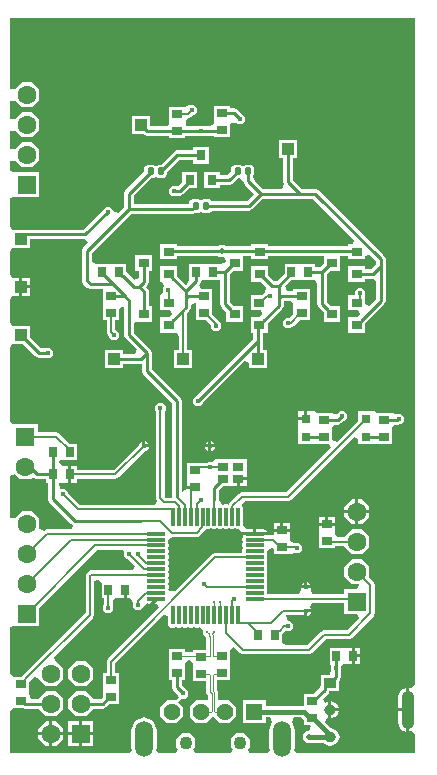
<source format=gtl>
G04*
G04 #@! TF.GenerationSoftware,Altium Limited,Altium Designer,25.3.3 (18)*
G04*
G04 Layer_Physical_Order=1*
G04 Layer_Color=255*
%FSLAX25Y25*%
%MOIN*%
G70*
G04*
G04 #@! TF.SameCoordinates,C02AA0BD-ED60-40AF-A0AC-FC32A95D580F*
G04*
G04*
G04 #@! TF.FilePolarity,Positive*
G04*
G01*
G75*
%ADD16R,0.03937X0.03937*%
%ADD17R,0.03543X0.02559*%
%ADD18R,0.02559X0.03543*%
%ADD19R,0.03543X0.03150*%
%ADD20R,0.03150X0.03543*%
G04:AMPARAMS|DCode=21|XSize=19.29mil|YSize=23.62mil|CornerRadius=1.93mil|HoleSize=0mil|Usage=FLASHONLY|Rotation=180.000|XOffset=0mil|YOffset=0mil|HoleType=Round|Shape=RoundedRectangle|*
%AMROUNDEDRECTD21*
21,1,0.01929,0.01976,0,0,180.0*
21,1,0.01543,0.02362,0,0,180.0*
1,1,0.00386,-0.00772,0.00988*
1,1,0.00386,0.00772,0.00988*
1,1,0.00386,0.00772,-0.00988*
1,1,0.00386,-0.00772,-0.00988*
%
%ADD21ROUNDEDRECTD21*%
%ADD22R,0.03150X0.03150*%
G04:AMPARAMS|DCode=23|XSize=11.02mil|YSize=61.42mil|CornerRadius=2.76mil|HoleSize=0mil|Usage=FLASHONLY|Rotation=270.000|XOffset=0mil|YOffset=0mil|HoleType=Round|Shape=RoundedRectangle|*
%AMROUNDEDRECTD23*
21,1,0.01102,0.05591,0,0,270.0*
21,1,0.00551,0.06142,0,0,270.0*
1,1,0.00551,-0.02795,-0.00276*
1,1,0.00551,-0.02795,0.00276*
1,1,0.00551,0.02795,0.00276*
1,1,0.00551,0.02795,-0.00276*
%
%ADD23ROUNDEDRECTD23*%
G04:AMPARAMS|DCode=24|XSize=11.02mil|YSize=61.42mil|CornerRadius=2.76mil|HoleSize=0mil|Usage=FLASHONLY|Rotation=0.000|XOffset=0mil|YOffset=0mil|HoleType=Round|Shape=RoundedRectangle|*
%AMROUNDEDRECTD24*
21,1,0.01102,0.05591,0,0,0.0*
21,1,0.00551,0.06142,0,0,0.0*
1,1,0.00551,0.00276,-0.02795*
1,1,0.00551,-0.00276,-0.02795*
1,1,0.00551,-0.00276,0.02795*
1,1,0.00551,0.00276,0.02795*
%
%ADD24ROUNDEDRECTD24*%
%ADD25R,0.03465X0.03071*%
G04:AMPARAMS|DCode=26|XSize=39.54mil|YSize=125.28mil|CornerRadius=17.2mil|HoleSize=0mil|Usage=FLASHONLY|Rotation=0.000|XOffset=0mil|YOffset=0mil|HoleType=Round|Shape=RoundedRectangle|*
%AMROUNDEDRECTD26*
21,1,0.03954,0.09088,0,0,0.0*
21,1,0.00514,0.12528,0,0,0.0*
1,1,0.03440,0.00257,-0.04544*
1,1,0.03440,-0.00257,-0.04544*
1,1,0.03440,-0.00257,0.04544*
1,1,0.03440,0.00257,0.04544*
%
%ADD26ROUNDEDRECTD26*%
G04:AMPARAMS|DCode=27|XSize=39.54mil|YSize=34.34mil|CornerRadius=17.17mil|HoleSize=0mil|Usage=FLASHONLY|Rotation=0.000|XOffset=0mil|YOffset=0mil|HoleType=Round|Shape=RoundedRectangle|*
%AMROUNDEDRECTD27*
21,1,0.03954,0.00000,0,0,0.0*
21,1,0.00520,0.03434,0,0,0.0*
1,1,0.03434,0.00260,0.00000*
1,1,0.03434,-0.00260,0.00000*
1,1,0.03434,-0.00260,0.00000*
1,1,0.03434,0.00260,0.00000*
%
%ADD27ROUNDEDRECTD27*%
%ADD28R,0.03954X0.03434*%
%ADD48C,0.01000*%
%ADD49C,0.00700*%
%ADD50C,0.00435*%
%ADD51C,0.01500*%
%ADD52C,0.05622*%
%ADD53R,0.05622X0.05622*%
%ADD54O,0.05937X0.11874*%
%ADD55C,0.04331*%
%ADD56C,0.06319*%
%ADD57R,0.06319X0.06319*%
%ADD58C,0.01500*%
%ADD59C,0.02000*%
%ADD60C,0.00800*%
G36*
X137500Y25171D02*
X136000Y24169D01*
X135472Y24387D01*
Y17000D01*
Y9612D01*
X136000Y9831D01*
X137500Y8829D01*
Y2500D01*
X97886D01*
X97053Y3747D01*
X97327Y4409D01*
Y10346D01*
X96244Y12960D01*
X96952Y14460D01*
X99515D01*
X100228Y13746D01*
Y11866D01*
X102337D01*
X102622Y11484D01*
X101869Y9984D01*
X101187D01*
X100016Y8813D01*
Y7156D01*
X101187Y5984D01*
X102844D01*
X102950Y6090D01*
X106611D01*
X106688Y5905D01*
X108767Y5044D01*
X109288D01*
X111367Y5905D01*
X112228Y7984D01*
X111367Y10064D01*
X109465Y10851D01*
X107254Y13063D01*
X108104Y14334D01*
X108528Y14159D01*
Y17000D01*
Y19841D01*
X107450Y19395D01*
X106601Y20667D01*
X108549Y22615D01*
X108832Y23299D01*
X112004D01*
Y26697D01*
X112294Y26986D01*
X112769Y28134D01*
Y31572D01*
X113425Y32228D01*
X114575D01*
X114925Y32228D01*
X116354D01*
Y35000D01*
Y37772D01*
X114925D01*
X114575Y37772D01*
X113425D01*
X113075Y37772D01*
X108866D01*
Y32228D01*
X108866D01*
X109250Y31725D01*
Y30275D01*
X109293Y30233D01*
X108968Y28732D01*
X106051D01*
Y25310D01*
X105777Y24649D01*
Y24435D01*
X103476Y22134D01*
X100228D01*
Y18248D01*
X87590D01*
Y20165D01*
X79969D01*
Y12543D01*
X87590D01*
Y14460D01*
X89111D01*
X89819Y12960D01*
X88736Y10346D01*
Y4409D01*
X89010Y3747D01*
X88177Y2500D01*
X82153D01*
X81532Y4000D01*
X82221Y4689D01*
Y7311D01*
X80366Y9165D01*
X77744D01*
X75890Y7311D01*
Y4689D01*
X76579Y4000D01*
X75957Y2500D01*
X64043D01*
X63421Y4000D01*
X64110Y4689D01*
Y7311D01*
X62256Y9165D01*
X59634D01*
X57780Y7311D01*
Y4689D01*
X58468Y4000D01*
X57847Y2500D01*
X51823D01*
X50990Y3747D01*
X51264Y4409D01*
Y10346D01*
X50006Y13384D01*
X46968Y14642D01*
X43931Y13384D01*
X42673Y10346D01*
Y4409D01*
X42947Y3747D01*
X42114Y2500D01*
X2500D01*
Y16522D01*
X3228Y17720D01*
X4000Y17720D01*
X6662D01*
X7492Y17376D01*
X11841D01*
Y17277D01*
X14277Y14841D01*
X17723D01*
X20159Y17277D01*
Y20723D01*
X17723Y23159D01*
X14277D01*
X11841Y20723D01*
Y20624D01*
X9241D01*
X8772Y22124D01*
Y23429D01*
X8772Y23779D01*
Y26370D01*
X8803Y26445D01*
X10455Y28097D01*
X11841Y27523D01*
Y27277D01*
X14277Y24840D01*
X17723D01*
X20159Y27277D01*
Y30723D01*
X17723Y33159D01*
X17477D01*
X16903Y34545D01*
X30033Y47675D01*
X30033Y47675D01*
X30461Y48709D01*
X30461Y48709D01*
Y59871D01*
X31555Y60227D01*
X32866Y59309D01*
Y54228D01*
X33684D01*
Y52159D01*
X33323Y51798D01*
Y50348D01*
X34348Y49323D01*
X35798D01*
X36823Y50348D01*
Y51798D01*
X36680Y51940D01*
Y53483D01*
X37425Y54228D01*
X38575D01*
X38925Y54228D01*
X40354D01*
Y57000D01*
X41354D01*
Y54228D01*
X42268D01*
X42599Y54007D01*
X43250Y52725D01*
Y51275D01*
X44275Y50250D01*
X45725D01*
X46750Y51275D01*
Y51453D01*
X48250Y52455D01*
X48291Y52438D01*
X51294D01*
X51868Y51052D01*
X34967Y34151D01*
X34539Y33118D01*
X34539Y33118D01*
Y29134D01*
X33228D01*
Y24925D01*
X33228Y24575D01*
Y23425D01*
X33228Y23075D01*
Y21162D01*
X32690Y20624D01*
X30159D01*
Y20723D01*
X27723Y23159D01*
X24277D01*
X21840Y20723D01*
Y17277D01*
X24277Y14841D01*
X27723D01*
X30159Y17277D01*
Y17376D01*
X33362D01*
X34510Y17852D01*
X35524Y18866D01*
X38772D01*
Y23075D01*
X38772Y23425D01*
Y24575D01*
X38772Y24925D01*
Y29134D01*
X37461D01*
Y32513D01*
X53674Y48726D01*
X55060Y48152D01*
Y45669D01*
X55465Y44693D01*
X56441Y44289D01*
X56992D01*
X57701Y44582D01*
X58410Y44289D01*
X58961D01*
X59669Y44582D01*
X60378Y44289D01*
X60929D01*
X61638Y44582D01*
X62347Y44289D01*
X62898D01*
X63606Y44582D01*
X64315Y44289D01*
X64866D01*
X65575Y44582D01*
X66600Y43580D01*
Y42420D01*
X67420Y41600D01*
X67527D01*
X67715Y41146D01*
Y38155D01*
X67685Y38082D01*
Y36988D01*
X63228D01*
Y36318D01*
X60772D01*
Y37279D01*
X55228D01*
Y33071D01*
X55228Y32721D01*
Y31571D01*
X55228Y31220D01*
Y27012D01*
X56376D01*
Y24500D01*
X56852Y23352D01*
X58250Y21954D01*
Y21775D01*
X58756Y21269D01*
X57738Y20165D01*
X57032Y20165D01*
X54642D01*
X52409Y17933D01*
Y14776D01*
X54642Y12543D01*
X57799D01*
X60031Y14776D01*
Y17933D01*
X58824Y19140D01*
X58318Y19647D01*
X59336Y20750D01*
X60042Y20750D01*
X60725D01*
X61750Y21775D01*
Y23225D01*
X60725Y24250D01*
X60546D01*
X59624Y25172D01*
Y27012D01*
X60772D01*
Y31220D01*
X60772Y31571D01*
Y32721D01*
X62018Y33682D01*
X62168D01*
X63228Y32622D01*
Y31280D01*
X63228Y30929D01*
Y26720D01*
X67745D01*
Y22992D01*
X68131Y22061D01*
X68215Y21977D01*
Y20403D01*
X67642Y20165D01*
X64484D01*
X62252Y17933D01*
Y14776D01*
X64484Y12543D01*
X67642D01*
X68992Y13893D01*
X70000Y14678D01*
X71008Y13893D01*
X72358Y12543D01*
X75516D01*
X77748Y14776D01*
Y17933D01*
X75516Y20165D01*
X72358D01*
X71785Y20403D01*
Y22910D01*
X71399Y23841D01*
X71315Y23925D01*
Y26866D01*
X75772D01*
Y31075D01*
X75772Y31425D01*
Y32575D01*
X75772Y32925D01*
Y37040D01*
X76898Y38035D01*
X78967Y35967D01*
X78967Y35967D01*
X80000Y35539D01*
X80000Y35539D01*
X102000D01*
X102000Y35539D01*
X103033Y35967D01*
X107605Y40539D01*
X115228D01*
X115228Y40539D01*
X116261Y40967D01*
X123543Y48248D01*
X123543Y48248D01*
X123971Y49281D01*
Y58491D01*
X123971Y58491D01*
X123543Y59524D01*
X123543Y59524D01*
X121974Y61092D01*
X122159Y61277D01*
Y64723D01*
X119723Y67159D01*
X116277D01*
X113841Y64723D01*
Y61277D01*
X116277Y58841D01*
X118726D01*
X118847Y58659D01*
X118046Y57160D01*
X113841D01*
Y55556D01*
X103152D01*
X102531Y57056D01*
X102750Y57275D01*
Y57500D01*
X99250D01*
Y57275D01*
X99469Y57056D01*
X98848Y55556D01*
X88331D01*
X88176Y55787D01*
Y56339D01*
X87882Y57047D01*
X88176Y57756D01*
Y58307D01*
X87882Y59016D01*
X88176Y59724D01*
Y60276D01*
X87882Y60984D01*
X88176Y61693D01*
Y62244D01*
X87882Y62953D01*
X88176Y63661D01*
Y64213D01*
X87882Y64921D01*
X88176Y65630D01*
Y66181D01*
X87882Y66890D01*
X88176Y67598D01*
Y68150D01*
X87882Y68858D01*
X88176Y69567D01*
Y70118D01*
X88234Y70294D01*
X89837Y70918D01*
X90228Y70595D01*
Y68866D01*
X95772D01*
Y68866D01*
X97272Y69253D01*
X97275Y69250D01*
X98725D01*
X99750Y70275D01*
Y71725D01*
X98725Y72750D01*
X97275D01*
X97272Y72746D01*
X97005Y72782D01*
X95772Y73425D01*
Y74575D01*
X95772D01*
Y76354D01*
X90228D01*
X90228Y75477D01*
X89874Y75241D01*
X88331D01*
X88326Y75248D01*
X87249D01*
X86795Y75436D01*
X81205D01*
X80751Y75248D01*
X79917D01*
X80118Y74764D01*
X79824Y74055D01*
Y73504D01*
X80118Y72795D01*
X79824Y72087D01*
Y71535D01*
X80118Y70827D01*
X79824Y70118D01*
Y69567D01*
X79669Y69335D01*
X70756D01*
X70756Y69335D01*
X69723Y68907D01*
X69723Y68907D01*
X57352Y56536D01*
X55588Y56732D01*
X55109Y57386D01*
X55263Y57756D01*
Y58307D01*
X54969Y59016D01*
X55263Y59724D01*
Y60276D01*
X54969Y60984D01*
X55263Y61693D01*
Y62244D01*
X54969Y62953D01*
X55263Y63661D01*
Y64213D01*
X54969Y64921D01*
X55263Y65630D01*
Y66181D01*
X54969Y66890D01*
X55263Y67598D01*
Y68150D01*
X54969Y68858D01*
X55263Y69567D01*
Y70118D01*
X54969Y70827D01*
X55263Y71535D01*
Y72087D01*
X54969Y72795D01*
X55192Y73334D01*
X55861Y74161D01*
X55998Y74312D01*
X56648Y74539D01*
X64582D01*
X64582Y74539D01*
X65616Y74967D01*
X67525Y76876D01*
X67747Y77411D01*
X68252Y77202D01*
X68803D01*
X69512Y77495D01*
X70221Y77202D01*
X70772D01*
X71480Y77495D01*
X72189Y77202D01*
X72740D01*
X73449Y77495D01*
X74158Y77202D01*
X74709D01*
X75417Y77495D01*
X76126Y77202D01*
X76677D01*
X77386Y77495D01*
X78095Y77202D01*
X78646D01*
X78697Y77223D01*
X79673Y76248D01*
X83500D01*
Y77404D01*
X81205D01*
X81153Y77383D01*
X80005Y78531D01*
X80026Y78583D01*
Y84173D01*
X79622Y85150D01*
X79592Y85302D01*
X80667Y86539D01*
X95047D01*
X95047Y86539D01*
X96080Y86967D01*
X117039Y107926D01*
X118425Y107352D01*
Y105472D01*
X122831D01*
X123575Y105472D01*
Y105472D01*
X124228Y105720D01*
X124228Y105720D01*
X129772D01*
Y109929D01*
X129772Y110280D01*
Y111429D01*
X130428Y112085D01*
X131709D01*
X132107Y112250D01*
X132725D01*
X133750Y113275D01*
Y114725D01*
X132725Y115750D01*
X131275D01*
X131272Y115746D01*
X129772Y115988D01*
Y115988D01*
X124851D01*
X123575Y116528D01*
X122952Y116528D01*
X118425D01*
Y113444D01*
X111272Y106291D01*
X109772Y106912D01*
Y109929D01*
X109772Y110280D01*
Y111429D01*
X110428Y112085D01*
X111709D01*
X112857Y112561D01*
X113546Y113250D01*
X113725D01*
X114750Y114275D01*
Y115725D01*
X113725Y116750D01*
X112275D01*
X111272Y115746D01*
X110335Y115766D01*
X109772Y115901D01*
Y115988D01*
X104832Y115988D01*
X103575Y116575D01*
X102971Y116575D01*
X101500D01*
Y114000D01*
X101000D01*
Y113500D01*
X98425D01*
Y112169D01*
X98425Y111047D01*
X98425Y109925D01*
Y105520D01*
X102812D01*
X103575Y105520D01*
Y105520D01*
X104228Y105720D01*
X104228Y105720D01*
X108580D01*
X109201Y104220D01*
X94442Y89461D01*
X79622D01*
X78589Y89033D01*
X78589Y89033D01*
X75436Y85880D01*
X75214Y85345D01*
X74709Y85554D01*
X74158D01*
X73449Y85260D01*
X72830Y85517D01*
X72570Y85953D01*
X72124Y87000D01*
Y90418D01*
X73241Y91535D01*
X78020D01*
Y94071D01*
X78520D01*
Y94571D01*
X81252D01*
Y95394D01*
Y100465D01*
X70748D01*
Y100465D01*
X69725Y99750D01*
X68275D01*
X67915Y99390D01*
X65567D01*
X65567Y99390D01*
X64948Y99134D01*
X61228D01*
Y94575D01*
X61228D01*
Y93425D01*
X61228D01*
Y91646D01*
X64000D01*
Y90646D01*
X61228D01*
Y90584D01*
X60780Y90186D01*
X59775Y89751D01*
X59624Y89852D01*
Y120000D01*
X59148Y121148D01*
X49624Y130673D01*
Y136000D01*
X49148Y137148D01*
X43624Y142673D01*
Y145159D01*
X44189Y146425D01*
X49732D01*
Y151575D01*
X48584D01*
Y156454D01*
X48109Y157602D01*
X47710Y158000D01*
X48109Y158398D01*
X48584Y159546D01*
Y163425D01*
X49732D01*
Y168575D01*
X44189D01*
Y163425D01*
X45337D01*
Y160935D01*
X43837Y160313D01*
X41274Y162876D01*
X41134Y162934D01*
Y165772D01*
X36575D01*
X36575Y165772D01*
X35425D01*
Y165772D01*
X35075Y165772D01*
X30866D01*
X29624Y166393D01*
Y169327D01*
X42673Y182376D01*
X63209D01*
X64040Y182721D01*
X64980D01*
X65893Y183099D01*
X66107Y183099D01*
X67020Y182721D01*
X68563D01*
X69476Y183099D01*
X69591Y183376D01*
X82000D01*
X83148Y183852D01*
X86673Y187376D01*
X103472D01*
X117148Y173701D01*
X116574Y172315D01*
X115165D01*
Y171624D01*
X88331D01*
Y172315D01*
X82787D01*
Y171624D01*
X74205D01*
X73828Y172000D01*
X72172D01*
X71795Y171624D01*
X58000D01*
Y172315D01*
X52457D01*
Y167165D01*
X58000D01*
Y168376D01*
X71795D01*
X72172Y168000D01*
X73828D01*
X74520Y166786D01*
Y166492D01*
X73837Y165984D01*
X72425Y165772D01*
Y165772D01*
X68217D01*
X67866Y165772D01*
X66716D01*
X66366Y165772D01*
X62157D01*
Y160228D01*
X62157Y160228D01*
X62157D01*
X61300Y159084D01*
X61000Y158784D01*
X58000Y161784D01*
Y164835D01*
X52457D01*
Y159685D01*
X53089D01*
X53710Y158185D01*
X53250Y157725D01*
Y156275D01*
X52457Y155315D01*
X52457D01*
Y150165D01*
X55654D01*
X56237Y148814D01*
X55437Y147835D01*
X52457D01*
Y142685D01*
X58000D01*
X58539Y141408D01*
Y136969D01*
X57032D01*
Y131032D01*
X62968D01*
Y136969D01*
X61461D01*
Y149426D01*
X61756Y149721D01*
X62148Y149883D01*
X62624Y151031D01*
Y152058D01*
X64124Y152680D01*
X64228Y152575D01*
Y151425D01*
X64228Y151075D01*
Y146866D01*
X67705D01*
X69250Y145321D01*
Y144275D01*
X70275Y143250D01*
X71725D01*
X72750Y144275D01*
Y145725D01*
X72196Y146279D01*
X72033Y146671D01*
X72033Y146671D01*
X69772Y148933D01*
Y151075D01*
X69772Y151425D01*
Y152575D01*
X69772Y152925D01*
Y157134D01*
X66063D01*
X65442Y158634D01*
X65585Y158777D01*
X66061Y159925D01*
X66364Y160228D01*
X67866Y160228D01*
X68217Y160228D01*
X72425D01*
X72471Y158747D01*
Y152134D01*
X72946Y150986D01*
X74457Y149476D01*
Y146425D01*
X80000D01*
Y151575D01*
X76950D01*
X75718Y152806D01*
Y162328D01*
X76816Y163425D01*
X80063D01*
Y168376D01*
X82787D01*
Y167165D01*
X88331D01*
Y168376D01*
X106898D01*
Y165721D01*
X105800Y164624D01*
X104134D01*
Y165772D01*
X99925D01*
X99575Y165772D01*
X98425D01*
X98075Y165772D01*
X93866D01*
Y162524D01*
X91328Y159986D01*
X90326D01*
X88331Y161981D01*
Y164835D01*
X82787D01*
Y159685D01*
X86035D01*
X87706Y158014D01*
X87831Y157735D01*
X87833Y157718D01*
X87376Y156222D01*
X86919Y156033D01*
Y156033D01*
X86201Y155315D01*
X82724D01*
Y150165D01*
X85921D01*
X86505Y148814D01*
X85705Y147835D01*
X82724D01*
Y142685D01*
X83376D01*
Y140673D01*
X64454Y121750D01*
X64275D01*
X63250Y120725D01*
Y119275D01*
X64275Y118250D01*
X65725D01*
X66750Y119275D01*
Y119454D01*
X80646Y133350D01*
X82032Y132775D01*
Y131032D01*
X87968D01*
Y136969D01*
X86624D01*
Y140000D01*
Y142685D01*
X88268D01*
Y145735D01*
X93148Y150616D01*
X93624Y151764D01*
Y153376D01*
X96049D01*
X96850Y152575D01*
Y151425D01*
X96850Y151075D01*
Y148933D01*
X95668Y147750D01*
X94275D01*
X93250Y146725D01*
Y145275D01*
X94275Y144250D01*
X95725D01*
X96034Y144560D01*
X97018Y144967D01*
X98917Y146866D01*
X102394D01*
Y151075D01*
X102394Y151425D01*
Y152575D01*
X102394Y152925D01*
Y157134D01*
X96850D01*
Y156624D01*
X94671D01*
X94058Y158124D01*
X96162Y160228D01*
X98075D01*
X98425Y160228D01*
X99575D01*
X99925Y160228D01*
X104134D01*
X104849Y159025D01*
Y152197D01*
X105324Y151049D01*
X106898Y149476D01*
Y146425D01*
X112441D01*
Y151575D01*
X109391D01*
X108096Y152869D01*
Y162328D01*
X109194Y163425D01*
X112441D01*
Y168376D01*
X115165D01*
Y167165D01*
X120709D01*
Y168180D01*
X122095Y168754D01*
X124376Y166472D01*
Y165673D01*
X122587Y163883D01*
X120709D01*
Y164835D01*
X115165D01*
Y159685D01*
X120709D01*
Y160636D01*
X123260D01*
X124376Y159890D01*
Y153995D01*
X122095Y151713D01*
X120709Y152287D01*
Y155234D01*
X120750Y155275D01*
Y156725D01*
X119725Y157750D01*
X118275D01*
X117250Y156725D01*
Y155315D01*
X115165D01*
Y150165D01*
X118362D01*
X118946Y148814D01*
X118146Y147835D01*
X115165D01*
Y142685D01*
X120709D01*
Y145735D01*
X127148Y152175D01*
X127624Y153323D01*
Y165000D01*
Y167145D01*
X127148Y168293D01*
X105293Y190148D01*
X104145Y190624D01*
X99673D01*
X96624Y193673D01*
Y201031D01*
X97969D01*
Y206968D01*
X92032D01*
Y201031D01*
X93376D01*
Y193000D01*
X93739Y192124D01*
X93120Y190624D01*
X86673D01*
X84067Y193229D01*
X83476Y194599D01*
X83854Y195512D01*
Y197488D01*
X83476Y198401D01*
X82563Y198779D01*
X81020D01*
X80107Y198401D01*
X79893Y198401D01*
X78980Y198779D01*
X77437D01*
X76524Y198401D01*
X76146Y197488D01*
Y196517D01*
X74816Y195187D01*
X72315D01*
Y196335D01*
X67165D01*
Y190791D01*
X72315D01*
Y191939D01*
X75488D01*
X76636Y192415D01*
X78442Y194221D01*
X78980D01*
X80168Y193209D01*
X80643Y192061D01*
X83704Y189000D01*
X81327Y186624D01*
X69591D01*
X69476Y186901D01*
X68563Y187279D01*
X67020D01*
X66107Y186901D01*
X65893Y186901D01*
X64980Y187279D01*
X63437D01*
X62524Y186901D01*
X62146Y185988D01*
Y185624D01*
X43624D01*
Y188402D01*
X49442Y194221D01*
X49980D01*
X50893Y194599D01*
X51107Y194599D01*
X52020Y194221D01*
X53563D01*
X54476Y194599D01*
X54854Y195512D01*
Y196267D01*
X58795Y200207D01*
X63425D01*
Y199059D01*
X68575D01*
Y204602D01*
X63425D01*
Y203454D01*
X58122D01*
X56974Y202979D01*
X52775Y198779D01*
X52020D01*
X51107Y198401D01*
X50893Y198401D01*
X49980Y198779D01*
X48437D01*
X47524Y198401D01*
X47146Y197488D01*
Y196517D01*
X40852Y190223D01*
X40376Y189075D01*
Y184672D01*
X38250Y182546D01*
X36750Y183167D01*
Y183725D01*
X35725Y184750D01*
X34275D01*
X33250Y183725D01*
Y183546D01*
X26796Y177092D01*
X7468D01*
X7170Y176969D01*
X3032Y176969D01*
X2500Y178248D01*
Y187456D01*
X3841Y187840D01*
X4000Y187841D01*
X12159D01*
Y196159D01*
X4000D01*
X3841Y196160D01*
X2500Y196544D01*
Y199892D01*
X4000Y200118D01*
X6277Y197841D01*
X9723D01*
X12159Y200277D01*
Y203723D01*
X9723Y206159D01*
X6277D01*
X4000Y203882D01*
X2500Y204108D01*
Y209892D01*
X4000Y210118D01*
X6277Y207840D01*
X9723D01*
X12159Y210277D01*
Y213723D01*
X9723Y216160D01*
X6277D01*
X4000Y213882D01*
X2500Y214108D01*
Y219892D01*
X4000Y220118D01*
X6277Y217841D01*
X9723D01*
X12159Y220277D01*
Y223723D01*
X9723Y226160D01*
X6277D01*
X4000Y223882D01*
X2500Y224108D01*
Y247500D01*
X137500D01*
Y25171D01*
D02*
G37*
G36*
X27539Y173727D02*
X28248Y172544D01*
X26852Y171148D01*
X26376Y170000D01*
Y160000D01*
X26852Y158852D01*
X28051Y157653D01*
X29199Y157177D01*
X31746D01*
X33228Y157134D01*
Y152925D01*
X33228Y152575D01*
Y151425D01*
X33228Y151075D01*
Y146866D01*
X34539D01*
Y143000D01*
X34539Y143000D01*
X34967Y141967D01*
X35250Y141683D01*
Y141275D01*
X36275Y140250D01*
X37725D01*
X38750Y141275D01*
Y142725D01*
X37725Y143750D01*
X37461D01*
Y146866D01*
X38772D01*
Y150727D01*
X39529Y151255D01*
X40262Y151428D01*
X40272Y151428D01*
X40376Y151341D01*
Y142000D01*
X40852Y140852D01*
X44580Y137124D01*
X43959Y135624D01*
X39968D01*
Y136969D01*
X34032D01*
Y131032D01*
X39968D01*
Y132376D01*
X46000D01*
X46376Y132125D01*
Y130000D01*
X46852Y128852D01*
X56376Y119327D01*
Y88000D01*
X56117Y87611D01*
X54455D01*
X53961Y88105D01*
Y116486D01*
X54250Y116775D01*
Y118225D01*
X53225Y119250D01*
X51775D01*
X50750Y118225D01*
Y116775D01*
X51039Y116486D01*
Y87500D01*
X51039Y87500D01*
X51335Y86784D01*
X50689Y85285D01*
X25782D01*
X21750Y89316D01*
Y89725D01*
X20725Y90750D01*
X19275D01*
X18987Y90869D01*
X18749Y92553D01*
X18925Y92728D01*
X20075D01*
X20425Y92728D01*
X21854D01*
Y95500D01*
Y98272D01*
X20425D01*
X19566Y98272D01*
X18612Y99642D01*
X18925Y100228D01*
X20075D01*
Y100228D01*
X20425Y100228D01*
X24634D01*
Y105772D01*
X22141D01*
X18880Y109033D01*
X17846Y109461D01*
X17846Y109461D01*
X11659D01*
Y112159D01*
X4000D01*
X3341Y112160D01*
X2500Y113311D01*
Y137752D01*
X3032Y139032D01*
X4000Y139032D01*
X6672D01*
X10852Y134852D01*
X12000Y134376D01*
X14149D01*
X14275Y134250D01*
X15725D01*
X16750Y135275D01*
Y136725D01*
X15725Y137750D01*
X14275D01*
X14149Y137624D01*
X12673D01*
X8969Y141328D01*
Y144968D01*
X4000D01*
X3032Y144968D01*
X2500Y146248D01*
Y153752D01*
X3032Y155032D01*
X4000Y155032D01*
X5500D01*
Y158000D01*
Y160968D01*
X4000D01*
X3032Y160968D01*
X2500Y162248D01*
Y169752D01*
X3032Y171031D01*
X4000Y171031D01*
X8969D01*
Y173845D01*
X27428D01*
X27539Y173727D01*
D02*
G37*
G36*
X5777Y93840D02*
X9223D01*
X10013Y94630D01*
X10291Y94352D01*
X11439Y93876D01*
X14366D01*
Y92728D01*
X15022D01*
Y87354D01*
X15498Y86206D01*
X22852Y78852D01*
X23196Y78709D01*
X22898Y77209D01*
X14748D01*
X14748Y77209D01*
X13715Y76781D01*
X12312Y77208D01*
X12159Y77347D01*
Y80723D01*
X9723Y83160D01*
X6277D01*
X4000Y80882D01*
X2500Y81108D01*
Y94996D01*
X4000Y95618D01*
X5777Y93840D01*
D02*
G37*
G36*
X113841Y48841D02*
X118042D01*
X118616Y47455D01*
X114623Y43461D01*
X107000D01*
X107000Y43461D01*
X105967Y43033D01*
X105967Y43033D01*
X101395Y38461D01*
X94316D01*
X93134Y39228D01*
Y42310D01*
X93145Y42320D01*
X93309Y42388D01*
X94145Y43224D01*
X94227Y43298D01*
X94275Y43250D01*
X95725D01*
X96750Y44275D01*
Y45725D01*
X95725Y46750D01*
X94980D01*
X94213Y48197D01*
X94476Y48539D01*
X99986D01*
X100275Y48250D01*
X100500D01*
Y50000D01*
X101000D01*
Y50500D01*
X102750D01*
Y50725D01*
X102342Y51133D01*
X102963Y52633D01*
X113841D01*
Y48841D01*
D02*
G37*
G36*
X40250Y69725D02*
Y68275D01*
X41275Y67250D01*
X41684D01*
X44087Y64847D01*
X43512Y63461D01*
X29410D01*
X28377Y63033D01*
X28377Y63033D01*
X27967Y62623D01*
X27539Y61590D01*
X27539Y61590D01*
Y49314D01*
X6388Y28164D01*
X6316Y27988D01*
X3228Y27988D01*
X2500Y29186D01*
Y44456D01*
X3841Y44840D01*
X4000Y44841D01*
X12159D01*
Y51093D01*
X31416Y70350D01*
X39991D01*
X40250Y69725D01*
D02*
G37*
%LPC*%
G36*
X63725Y218750D02*
X62275D01*
X62050Y218524D01*
X60772Y217988D01*
X60772Y217988D01*
X55228D01*
Y213779D01*
X55228Y213429D01*
Y212280D01*
X54572Y211624D01*
X48968D01*
Y214968D01*
X43031D01*
Y209032D01*
X46672D01*
X46852Y208852D01*
X48000Y208376D01*
X55228D01*
Y207720D01*
X60772D01*
Y208376D01*
X65149D01*
X65275Y208250D01*
X66725D01*
X66924Y208449D01*
X70228D01*
Y207866D01*
X75772D01*
Y212075D01*
X76080Y212509D01*
X77884Y212641D01*
X78275Y212250D01*
X79725D01*
X80750Y213275D01*
Y214725D01*
X79725Y215750D01*
X79546D01*
X78294Y217002D01*
X77146Y217478D01*
X75772D01*
Y218134D01*
X70228D01*
Y213925D01*
X70228Y213575D01*
Y212425D01*
X68885Y211696D01*
X66778D01*
X66725Y211750D01*
X65275D01*
X65149Y211624D01*
X61428D01*
X61006Y212046D01*
X61044Y213667D01*
X61709Y214247D01*
X62742Y214675D01*
X63317Y215250D01*
X63725D01*
X64750Y216275D01*
Y217725D01*
X63725Y218750D01*
D02*
G37*
G36*
X64835Y196335D02*
X59685D01*
Y193087D01*
X58221Y191624D01*
X57851D01*
X57725Y191750D01*
X56275D01*
X55250Y190725D01*
Y189275D01*
X56275Y188250D01*
X57725D01*
X57851Y188376D01*
X58894D01*
X60042Y188852D01*
X61981Y190791D01*
X64835D01*
Y196335D01*
D02*
G37*
G36*
X100500Y116575D02*
X98425D01*
Y114500D01*
X100500D01*
Y116575D01*
D02*
G37*
G36*
X69725Y106750D02*
X69500D01*
Y105500D01*
X70750D01*
Y105725D01*
X69725Y106750D01*
D02*
G37*
G36*
X68500D02*
X68275D01*
X67250Y105725D01*
Y105500D01*
X68500D01*
Y106750D01*
D02*
G37*
G36*
X70750Y104500D02*
X69500D01*
Y103250D01*
X69725D01*
X70750Y104275D01*
Y104500D01*
D02*
G37*
G36*
X68500D02*
X67250D01*
Y104275D01*
X68275Y103250D01*
X68500D01*
Y104500D01*
D02*
G37*
G36*
X81252Y93571D02*
X79020D01*
Y91535D01*
X81252D01*
Y93571D01*
D02*
G37*
G36*
X119723Y87160D02*
X118500D01*
Y83500D01*
X122159D01*
Y84723D01*
X119723Y87160D01*
D02*
G37*
G36*
X117500D02*
X116277D01*
X113841Y84723D01*
Y83500D01*
X117500D01*
Y87160D01*
D02*
G37*
G36*
X110772Y81134D02*
X108500D01*
Y79354D01*
X110772D01*
Y81134D01*
D02*
G37*
G36*
X107500D02*
X105228D01*
Y79354D01*
X107500D01*
Y81134D01*
D02*
G37*
G36*
X122159Y82500D02*
X118500D01*
Y78841D01*
X119723D01*
X122159Y81277D01*
Y82500D01*
D02*
G37*
G36*
X117500D02*
X113841D01*
Y81277D01*
X116277Y78841D01*
X117500D01*
Y82500D01*
D02*
G37*
G36*
X95772Y79134D02*
X93500D01*
Y77354D01*
X95772D01*
Y79134D01*
D02*
G37*
G36*
X92500D02*
X90228D01*
Y77354D01*
X92500D01*
Y79134D01*
D02*
G37*
G36*
X86795Y77404D02*
X84500D01*
Y76248D01*
X88083D01*
X87772Y77000D01*
X86795Y77404D01*
D02*
G37*
G36*
X110772Y78354D02*
X108000D01*
X105228D01*
Y76925D01*
X105228Y76575D01*
Y75425D01*
X105228Y75075D01*
Y70866D01*
X110772D01*
Y71539D01*
X113841D01*
Y71277D01*
X116277Y68840D01*
X119723D01*
X122159Y71277D01*
Y74723D01*
X119723Y77160D01*
X116277D01*
X113841Y74723D01*
Y74461D01*
X111736D01*
X110772Y75425D01*
Y76575D01*
X110772Y76925D01*
Y78354D01*
D02*
G37*
G36*
X101725Y59750D02*
X101500D01*
Y58500D01*
X102750D01*
Y58725D01*
X101725Y59750D01*
D02*
G37*
G36*
X100500D02*
X100275D01*
X99286Y58760D01*
X99250Y58725D01*
Y58500D01*
X100500D01*
Y59750D01*
D02*
G37*
G36*
X117354Y37772D02*
Y35500D01*
X119134D01*
Y37772D01*
X117354D01*
D02*
G37*
G36*
X119134Y34500D02*
X117354D01*
Y32228D01*
X119134D01*
Y34500D01*
D02*
G37*
G36*
X27723Y33159D02*
X24277D01*
X21840Y30723D01*
Y27277D01*
X24277Y24840D01*
X27723D01*
X30159Y27277D01*
Y30723D01*
X27723Y33159D01*
D02*
G37*
G36*
X134472Y24387D02*
X132634Y23626D01*
X131771Y21544D01*
Y17500D01*
X134472D01*
Y24387D01*
D02*
G37*
G36*
X109528Y19841D02*
Y17500D01*
X112021D01*
X111367Y19079D01*
X109528Y19841D01*
D02*
G37*
G36*
X112021Y16500D02*
X109528D01*
Y14159D01*
X111367Y14921D01*
X112021Y16500D01*
D02*
G37*
G36*
X134472D02*
X131771D01*
Y12456D01*
X132634Y10374D01*
X134472Y9612D01*
Y16500D01*
D02*
G37*
G36*
X30159Y13160D02*
X26500D01*
Y9500D01*
X30159D01*
Y13160D01*
D02*
G37*
G36*
X17723D02*
X16500D01*
Y9500D01*
X20159D01*
Y10723D01*
X17723Y13160D01*
D02*
G37*
G36*
X25500D02*
X21840D01*
Y9500D01*
X25500D01*
Y13160D01*
D02*
G37*
G36*
X15500D02*
X14277D01*
X11841Y10723D01*
Y9500D01*
X15500D01*
Y13160D01*
D02*
G37*
G36*
X30159Y8500D02*
X26500D01*
Y4841D01*
X30159D01*
Y8500D01*
D02*
G37*
G36*
X25500D02*
X21840D01*
Y4841D01*
X25500D01*
Y8500D01*
D02*
G37*
G36*
X20159D02*
X16500D01*
Y4841D01*
X17723D01*
X20159Y7277D01*
Y8500D01*
D02*
G37*
G36*
X15500D02*
X11841D01*
Y7277D01*
X14277Y4841D01*
X15500D01*
Y8500D01*
D02*
G37*
G36*
X6500Y160968D02*
Y158500D01*
X8969D01*
Y160968D01*
X6500D01*
D02*
G37*
G36*
X8969Y157500D02*
X6500D01*
Y155032D01*
X8969D01*
Y157500D01*
D02*
G37*
G36*
X47725Y106750D02*
X47500D01*
Y105500D01*
X48750D01*
Y105725D01*
X47725Y106750D01*
D02*
G37*
G36*
X46500D02*
X46275D01*
X45250Y105725D01*
Y105316D01*
X36895Y96961D01*
X24634D01*
Y98272D01*
X22854D01*
Y95500D01*
Y92728D01*
X24634D01*
Y94039D01*
X37500D01*
X37500Y94039D01*
X38533Y94467D01*
X47317Y103250D01*
X47725D01*
X48750Y104275D01*
Y104500D01*
X47000D01*
Y105000D01*
X46500D01*
Y106750D01*
D02*
G37*
G36*
X102750Y49500D02*
X101500D01*
Y48250D01*
X101725D01*
X102715Y49240D01*
X102750Y49275D01*
Y49500D01*
D02*
G37*
%LPD*%
D16*
X85000Y134000D02*
D03*
X46000Y212000D02*
D03*
X95000Y204000D02*
D03*
X60000Y134000D02*
D03*
X37000D02*
D03*
X6000Y142000D02*
D03*
Y158000D02*
D03*
Y174000D02*
D03*
D17*
X66000Y34709D02*
D03*
X73000Y34854D02*
D03*
Y29146D02*
D03*
X66000Y29000D02*
D03*
X36000Y149146D02*
D03*
Y154854D02*
D03*
X73000Y210146D02*
D03*
Y215854D02*
D03*
X58000Y215709D02*
D03*
Y210000D02*
D03*
X99622Y149146D02*
D03*
Y154854D02*
D03*
X67000Y149146D02*
D03*
Y154854D02*
D03*
X103000Y19854D02*
D03*
Y14146D02*
D03*
X108000Y73146D02*
D03*
Y78854D02*
D03*
X64000Y96854D02*
D03*
Y91146D02*
D03*
X93000Y71146D02*
D03*
Y76854D02*
D03*
X36000Y26854D02*
D03*
Y21146D02*
D03*
X6000Y20000D02*
D03*
Y25709D02*
D03*
X107000Y108000D02*
D03*
Y113709D02*
D03*
X127000Y108000D02*
D03*
Y113709D02*
D03*
X58000Y35000D02*
D03*
Y29291D02*
D03*
D18*
X38854Y163000D02*
D03*
X33146D02*
D03*
X101854D02*
D03*
X96146D02*
D03*
X70146D02*
D03*
X64437D02*
D03*
X111146Y35000D02*
D03*
X116854D02*
D03*
X22354Y103000D02*
D03*
X16646D02*
D03*
X35146Y57000D02*
D03*
X40854D02*
D03*
X90854Y42000D02*
D03*
X85146D02*
D03*
X16646Y95500D02*
D03*
X22354D02*
D03*
D19*
X117937Y162260D02*
D03*
Y169740D02*
D03*
X109669Y166000D02*
D03*
X85559Y162260D02*
D03*
Y169740D02*
D03*
X77291Y166000D02*
D03*
X55228Y162260D02*
D03*
Y169740D02*
D03*
X46961Y166000D02*
D03*
X117937Y145260D02*
D03*
Y152740D02*
D03*
X109669Y149000D02*
D03*
X85496Y145260D02*
D03*
Y152740D02*
D03*
X77228Y149000D02*
D03*
X55228Y145260D02*
D03*
Y152740D02*
D03*
X46961Y149000D02*
D03*
D20*
X62260Y193563D02*
D03*
X69740D02*
D03*
X66000Y201831D02*
D03*
D21*
X64209Y185000D02*
D03*
X67791D02*
D03*
X49209Y196500D02*
D03*
X52791D02*
D03*
X78209D02*
D03*
X81791D02*
D03*
D22*
X121000Y113953D02*
D03*
Y108047D02*
D03*
X101000Y114000D02*
D03*
Y108095D02*
D03*
D23*
X84000Y75748D02*
D03*
Y73779D02*
D03*
Y71811D02*
D03*
Y69842D02*
D03*
Y67874D02*
D03*
Y65905D02*
D03*
Y63937D02*
D03*
Y61968D02*
D03*
Y60000D02*
D03*
Y58031D02*
D03*
Y56063D02*
D03*
Y54094D02*
D03*
X51087D02*
D03*
Y56063D02*
D03*
Y58031D02*
D03*
Y60000D02*
D03*
Y61968D02*
D03*
Y63937D02*
D03*
Y65905D02*
D03*
Y67874D02*
D03*
Y69842D02*
D03*
Y71811D02*
D03*
Y73779D02*
D03*
Y75748D02*
D03*
D24*
X78370Y48465D02*
D03*
X76402D02*
D03*
X74433D02*
D03*
X72465D02*
D03*
X70496D02*
D03*
X68528D02*
D03*
X66559D02*
D03*
X64591D02*
D03*
X62622D02*
D03*
X60654D02*
D03*
X58685D02*
D03*
X56717D02*
D03*
Y81378D02*
D03*
X58685D02*
D03*
X60654D02*
D03*
X62622D02*
D03*
X64591D02*
D03*
X66559D02*
D03*
X68528D02*
D03*
X70496D02*
D03*
X72465D02*
D03*
X74433D02*
D03*
X76402D02*
D03*
X78370D02*
D03*
D25*
X78520Y94071D02*
D03*
X73480D02*
D03*
Y97929D02*
D03*
X78520D02*
D03*
D26*
X134972Y17000D02*
D03*
D27*
X109028Y7984D02*
D03*
Y17000D02*
D03*
D28*
Y26016D02*
D03*
D48*
X73000Y170000D02*
X117677D01*
X111146Y28134D02*
Y35000D01*
X49000Y51000D02*
Y51957D01*
X51087Y54043D02*
Y54094D01*
X49000Y51957D02*
X51087Y54043D01*
X65000Y120000D02*
X85000Y140000D01*
Y144764D01*
Y134000D02*
Y140000D01*
X16646Y87354D02*
X24000Y80000D01*
X46000D01*
X16646Y87354D02*
Y95500D01*
X85000Y144764D02*
X85496Y145260D01*
X58000Y24500D02*
X60000Y22500D01*
X58000Y24500D02*
Y29291D01*
X16646Y95500D02*
Y103000D01*
X110654Y27382D02*
Y27643D01*
X111146Y28134D01*
X109028Y26016D02*
X109288D01*
X110654Y27382D01*
X103492Y19854D02*
X107401Y23763D01*
Y24649D02*
X108767Y26016D01*
X103000Y19854D02*
X103492D01*
X107401Y23763D02*
Y24649D01*
X108767Y26016D02*
X109028D01*
X111709Y113709D02*
X113000Y115000D01*
X107000Y113709D02*
X111709D01*
X127000D02*
X131709D01*
X56500Y146531D02*
X60000Y150031D01*
X33362Y19000D02*
X35508Y21146D01*
X26000Y19000D02*
X33362D01*
X35508Y21146D02*
X36000D01*
X6492Y20000D02*
X7492Y19000D01*
X16000D01*
X6000Y20000D02*
X6492D01*
X121047Y108000D02*
X127000D01*
X121000Y108047D02*
X121047Y108000D01*
X101094D02*
X107000D01*
X101000Y108095D02*
X101094Y108000D01*
X6000Y174000D02*
X7468Y175469D01*
X27468D02*
X35000Y183000D01*
X7468Y175469D02*
X27468D01*
X117677Y170000D02*
X117937Y169740D01*
X55228D02*
X55488Y170000D01*
X73000D01*
X77146Y215854D02*
X79000Y214000D01*
X73000Y215854D02*
X77146D01*
X11439Y95500D02*
X16646D01*
X7500Y98000D02*
X8939D01*
X11439Y95500D01*
X12000Y136000D02*
X15000D01*
X6000Y142000D02*
X12000Y136000D01*
X46000Y212000D02*
X48000Y210000D01*
X58000D01*
X66000D01*
X66073Y210073D01*
X72927D02*
X73000Y210146D01*
X66073Y210073D02*
X72927D01*
X58894Y190000D02*
X62260Y193366D01*
Y193563D01*
X57000Y190000D02*
X58894D01*
X58122Y201831D02*
X66000D01*
X52791Y196500D02*
Y196716D01*
X53256Y197181D01*
X53472D01*
X58122Y201831D01*
X78209Y196283D02*
Y196500D01*
X69740Y193563D02*
X75488D01*
X78209Y196283D01*
X108398Y150075D02*
X109472Y149000D01*
X109669D01*
X108398Y150075D02*
Y150272D01*
X106472Y152197D02*
X108398Y150272D01*
X106472Y152197D02*
Y163000D01*
X109472Y166000D02*
X109669D01*
X101854Y163000D02*
X106472D01*
X109472Y166000D01*
X89653Y158362D02*
X92000D01*
X85559Y162260D02*
X85756D01*
X89653Y158362D01*
X96146Y162508D02*
Y163000D01*
X92000Y158362D02*
X96146Y162508D01*
X92000Y154414D02*
Y158362D01*
X99476Y155000D02*
X99622Y154854D01*
X92586Y155000D02*
X99476D01*
X92000Y154414D02*
X92586Y155000D01*
X92000Y151764D02*
Y154414D01*
X86768Y146335D02*
Y146531D01*
X92000Y151764D01*
X85496Y145260D02*
X85693D01*
X86768Y146335D01*
X75957Y150075D02*
Y150272D01*
X74094Y152134D02*
X75957Y150272D01*
X74094Y152134D02*
Y163000D01*
X77031Y149000D02*
X77228D01*
X75957Y150075D02*
X77031Y149000D01*
X70146Y163000D02*
X74094D01*
X77095Y166000D02*
X77291D01*
X74094Y163000D02*
X77095Y166000D01*
X61000Y156488D02*
X64437Y159925D01*
Y163000D01*
X56500Y160988D02*
X61000Y156488D01*
Y154414D02*
Y156488D01*
X55228Y162260D02*
X55425D01*
X56500Y161185D01*
Y160988D02*
Y161185D01*
X66854Y155000D02*
X67000Y154854D01*
X61000Y151031D02*
Y154414D01*
X61586Y155000D02*
X66854D01*
X61000Y154414D02*
X61586Y155000D01*
X56500Y146335D02*
Y146531D01*
X55228Y145260D02*
X55425D01*
X56500Y146335D01*
X99000Y189000D02*
X104145D01*
X86000D02*
X99000D01*
X95000Y193000D02*
X99000Y189000D01*
X95000Y193000D02*
Y204000D01*
X82000Y185000D02*
X86000Y189000D01*
X67791Y185000D02*
X82000D01*
X81791Y193209D02*
X86000Y189000D01*
X81791Y193209D02*
Y196500D01*
X104145Y189000D02*
X126000Y167145D01*
Y165000D02*
Y167145D01*
Y153323D02*
Y165000D01*
X117937Y162260D02*
X123260D01*
X126000Y165000D01*
X117937Y145260D02*
X118134D01*
X119209Y146335D01*
Y146531D01*
X126000Y153323D01*
X45414Y158000D02*
X46961Y159546D01*
Y166000D01*
X45414Y158000D02*
X46961Y156454D01*
Y149000D02*
Y156454D01*
X43854Y158000D02*
X45414D01*
X38854Y162508D02*
X39634Y161728D01*
X40126D01*
X38854Y162508D02*
Y163000D01*
X40126Y161728D02*
X43854Y158000D01*
X36853Y158801D02*
X40560Y155094D01*
X33146Y162508D02*
X36853Y158801D01*
X28000Y170000D02*
X42000Y184000D01*
X28000Y160000D02*
Y170000D01*
X29199Y158801D02*
X36853D01*
X28000Y160000D02*
X29199Y158801D01*
X37000Y134000D02*
X46000D01*
X48000Y136000D01*
X42000Y184000D02*
Y189075D01*
X63528Y184319D02*
X63744D01*
X63209Y184000D02*
X63528Y184319D01*
X42000Y184000D02*
X63209D01*
X64209Y184783D02*
Y185000D01*
X63744Y184319D02*
X64209Y184783D01*
X49209Y196283D02*
Y196500D01*
X42000Y189075D02*
X49209Y196283D01*
X40560Y154854D02*
Y155094D01*
X33146Y162508D02*
Y163000D01*
X40560Y154854D02*
X42000Y153414D01*
Y142000D02*
Y153414D01*
X36000Y154854D02*
X40560D01*
X48000Y130000D02*
Y136000D01*
X42000Y142000D02*
X48000Y136000D01*
Y130000D02*
X58000Y120000D01*
Y88000D02*
Y120000D01*
X70500Y87000D02*
Y91091D01*
X73283Y94071D02*
X73480D01*
X72248Y93035D02*
X73283Y94071D01*
X72248Y92839D02*
Y93035D01*
X70500Y91091D02*
X72248Y92839D01*
D49*
X65567Y97929D02*
X73480D01*
X35073Y51073D02*
X35146Y51146D01*
X35000Y51000D02*
X35073Y51073D01*
X22354Y95500D02*
X37500D01*
X47000Y105000D01*
X62622Y90216D02*
X63552Y91146D01*
X64000D01*
X62622Y81378D02*
Y90216D01*
X64591Y85590D02*
X66000Y87000D01*
X64591Y81378D02*
Y85590D01*
X89319Y46019D02*
X93300Y50000D01*
X101000D01*
X81618Y46019D02*
X89319D01*
X81618D02*
X85146Y42492D01*
Y42000D02*
Y42492D01*
X78370Y46220D02*
Y48465D01*
Y46220D02*
X78571Y46019D01*
X81618D01*
X52500Y87500D02*
Y117500D01*
X46000Y80000D02*
X52204D01*
X56204Y76000D01*
X52500Y87500D02*
X53850Y86150D01*
X58618Y81445D02*
X58685Y81378D01*
X58618Y81445D02*
Y84847D01*
X57314Y86150D02*
X58618Y84847D01*
X53850Y86150D02*
X57314D01*
X91784Y43422D02*
X92276D01*
X93854Y45000D01*
X90854Y42000D02*
Y42492D01*
X91784Y43422D01*
X93854Y45000D02*
X95000D01*
X22354Y103000D02*
Y103492D01*
X17846Y108000D02*
X22354Y103492D01*
X7500Y108000D02*
X17846D01*
X76402Y53402D02*
X77000Y54000D01*
X76402Y48465D02*
Y53402D01*
X51019Y55996D02*
X51087Y56063D01*
X47618Y55996D02*
X51019D01*
X45000Y53378D02*
X47618Y55996D01*
X45000Y52000D02*
Y53378D01*
X35146Y51146D02*
Y57000D01*
X47063Y63937D02*
X51087D01*
X29000Y61590D02*
X29410Y62000D01*
X51055D01*
X42000Y69000D02*
X47063Y63937D01*
X51055Y62000D02*
X51087Y61968D01*
X45000Y68591D02*
X47618Y65973D01*
X51019D01*
X45000Y68591D02*
Y69000D01*
X64492Y96854D02*
X65567Y97929D01*
X64000Y96854D02*
X64492D01*
X97854Y71146D02*
X98000Y71000D01*
X93000Y71146D02*
X97854D01*
X84000Y73779D02*
X89874D01*
X92508Y71146D01*
X93000D01*
X108146Y73000D02*
X118000D01*
X108000Y73146D02*
X108146Y73000D01*
X131709Y113709D02*
X132000Y114000D01*
X119000Y153803D02*
Y156000D01*
X117937Y152740D02*
X119000Y153803D01*
X95000Y146000D02*
X95984D01*
X99130Y149146D02*
X99622D01*
X95984Y146000D02*
X99130Y149146D01*
X85693Y152740D02*
X87953Y155000D01*
X85496Y152740D02*
X85693D01*
X87953Y155000D02*
X89000D01*
X67492Y149146D02*
X71000Y145638D01*
Y145000D02*
Y145638D01*
X67000Y149146D02*
X67492D01*
X60000Y150031D02*
X61000Y151031D01*
X60000Y134000D02*
Y150031D01*
X55228Y152740D02*
Y156772D01*
X55000Y157000D02*
X55228Y156772D01*
X36000Y143000D02*
X37000Y142000D01*
X36000Y143000D02*
Y149146D01*
X58000Y215709D02*
X61709D01*
X63000Y217000D01*
X67968Y58031D02*
X84000D01*
X67000Y59000D02*
X67968Y58031D01*
X51019Y65973D02*
X51087Y65905D01*
X25177Y83823D02*
X56515D01*
X20000Y89000D02*
X25177Y83823D01*
X56515D02*
X56717Y83622D01*
Y81378D02*
Y83622D01*
X8000Y49000D02*
X30811Y71811D01*
X51087D01*
X8000Y59000D02*
X22780Y73779D01*
X51087D01*
X14748Y75748D02*
X51087D01*
X8000Y69000D02*
X14748Y75748D01*
X29000Y48709D02*
Y61590D01*
X7422Y26638D02*
Y27130D01*
X29000Y48709D01*
X6000Y25709D02*
X6492D01*
X7422Y26638D01*
X70756Y67874D02*
X84000D01*
X36000Y33118D02*
X70756Y67874D01*
X36000Y26854D02*
Y33118D01*
X79622Y88000D02*
X95047D01*
X76402Y81378D02*
X76469Y81445D01*
Y84847D01*
X79622Y88000D01*
X95047D02*
X121000Y113953D01*
X74433Y42567D02*
X80000Y37000D01*
X74433Y42567D02*
Y48465D01*
X80000Y37000D02*
X102000D01*
X107000Y42000D01*
X115228D01*
X122509Y49281D01*
Y58491D01*
X118000Y63000D02*
X122509Y58491D01*
X84000Y54094D02*
X116905D01*
X118000Y53000D01*
X56204Y76000D02*
X64582D01*
X66492Y77909D02*
Y81311D01*
X66559Y81378D01*
X64582Y76000D02*
X66492Y77909D01*
X58000Y88000D02*
X60654Y85347D01*
Y81378D02*
Y85347D01*
X70496Y81378D02*
X70500Y81382D01*
Y87000D01*
D50*
X72854Y29000D02*
X73000Y29146D01*
X70252Y29000D02*
X72854D01*
X69998Y23379D02*
Y28745D01*
X70252Y29000D01*
X69998Y23379D02*
X70467Y22910D01*
Y16609D02*
Y22910D01*
X69063Y22992D02*
Y28745D01*
X68808Y29000D02*
X69063Y28745D01*
X66000Y29000D02*
X68808D01*
X70722Y16354D02*
X73937D01*
X69278D02*
X69533Y16609D01*
X66063Y16354D02*
X69278D01*
X69063Y22992D02*
X69533Y22523D01*
Y16609D02*
Y22523D01*
X70467Y16609D02*
X70722Y16354D01*
X58000Y35000D02*
X65709D01*
X66000Y34709D01*
X72482Y52982D02*
X72500Y53000D01*
X72482Y48482D02*
Y52982D01*
X72465Y48465D02*
X72482Y48482D01*
X68783Y41750D02*
Y42497D01*
X69033Y38112D02*
Y41500D01*
X69002Y38082D02*
X69033Y38112D01*
X69002Y35109D02*
Y38082D01*
X68783Y41750D02*
X69033Y41500D01*
X68748Y34854D02*
X69002Y35109D01*
X68347Y42752D02*
X68528D01*
X68783Y42497D01*
X68099Y43000D02*
X68347Y42752D01*
X68000Y43000D02*
X68099D01*
X66146Y34854D02*
X68748D01*
X66000Y34709D02*
X66146Y34854D01*
X70498Y48467D02*
Y52998D01*
X70500Y53000D01*
X70496Y48465D02*
X70498Y48467D01*
X70401Y43000D02*
X70500D01*
X70192Y34854D02*
X73000D01*
X70153Y42752D02*
X70401Y43000D01*
X69972Y42752D02*
X70153D01*
X69717Y42497D02*
X69972Y42752D01*
X69717Y42137D02*
Y42497D01*
X69967Y37725D02*
Y41887D01*
X69937Y37695D02*
X69967Y37725D01*
X69937Y35109D02*
X70192Y34854D01*
X69717Y42137D02*
X69967Y41887D01*
X69937Y35109D02*
Y37695D01*
D51*
X102016Y7984D02*
X109028D01*
X102000Y8000D02*
X102016Y7984D01*
X103492Y14146D02*
X108397Y9240D01*
Y8614D02*
Y9240D01*
X103000Y14146D02*
X103492D01*
X108397Y8614D02*
X109028Y7984D01*
X102508Y14146D02*
X103000D01*
X83780Y16354D02*
X100299D01*
X102508Y14146D01*
D52*
X56221Y16354D02*
D03*
X66063D02*
D03*
X73937D02*
D03*
D53*
X83780D02*
D03*
D54*
X93032Y7378D02*
D03*
X46968D02*
D03*
D55*
X79055Y6000D02*
D03*
X60945D02*
D03*
D56*
X16000Y29000D02*
D03*
X26000D02*
D03*
X16000Y19000D02*
D03*
X26000D02*
D03*
X16000Y9000D02*
D03*
X8000Y79000D02*
D03*
Y69000D02*
D03*
Y59000D02*
D03*
Y222000D02*
D03*
Y212000D02*
D03*
Y202000D02*
D03*
X118000Y83000D02*
D03*
Y73000D02*
D03*
Y63000D02*
D03*
X7500Y98000D02*
D03*
D57*
X26000Y9000D02*
D03*
X8000Y49000D02*
D03*
Y192000D02*
D03*
X118000Y53000D02*
D03*
X7500Y108000D02*
D03*
D58*
X69000Y105000D02*
D03*
X47000D02*
D03*
X101000Y58000D02*
D03*
Y50000D02*
D03*
X65000Y120000D02*
D03*
X52500Y117500D02*
D03*
X60000Y22500D02*
D03*
X95000Y45000D02*
D03*
X77000Y54000D02*
D03*
X111000Y31000D02*
D03*
X45000Y52000D02*
D03*
X35073Y51073D02*
D03*
X66000Y87000D02*
D03*
X69000Y98000D02*
D03*
X98000Y71000D02*
D03*
X113000Y115000D02*
D03*
X132000Y114000D02*
D03*
X119000Y156000D02*
D03*
X95000Y146000D02*
D03*
X89000Y155000D02*
D03*
X71000Y145000D02*
D03*
X55000Y157000D02*
D03*
X37000Y142000D02*
D03*
X63000Y217000D02*
D03*
X42000Y69000D02*
D03*
X45000D02*
D03*
X67000Y59000D02*
D03*
X20000Y89000D02*
D03*
X35000Y183000D02*
D03*
X79000Y214000D02*
D03*
X15000Y136000D02*
D03*
X66000Y210000D02*
D03*
X57000Y190000D02*
D03*
D59*
X73000Y170000D02*
D03*
X102016Y7984D02*
D03*
D60*
X72500Y53000D02*
D03*
X70500D02*
D03*
Y43000D02*
D03*
X68000D02*
D03*
M02*

</source>
